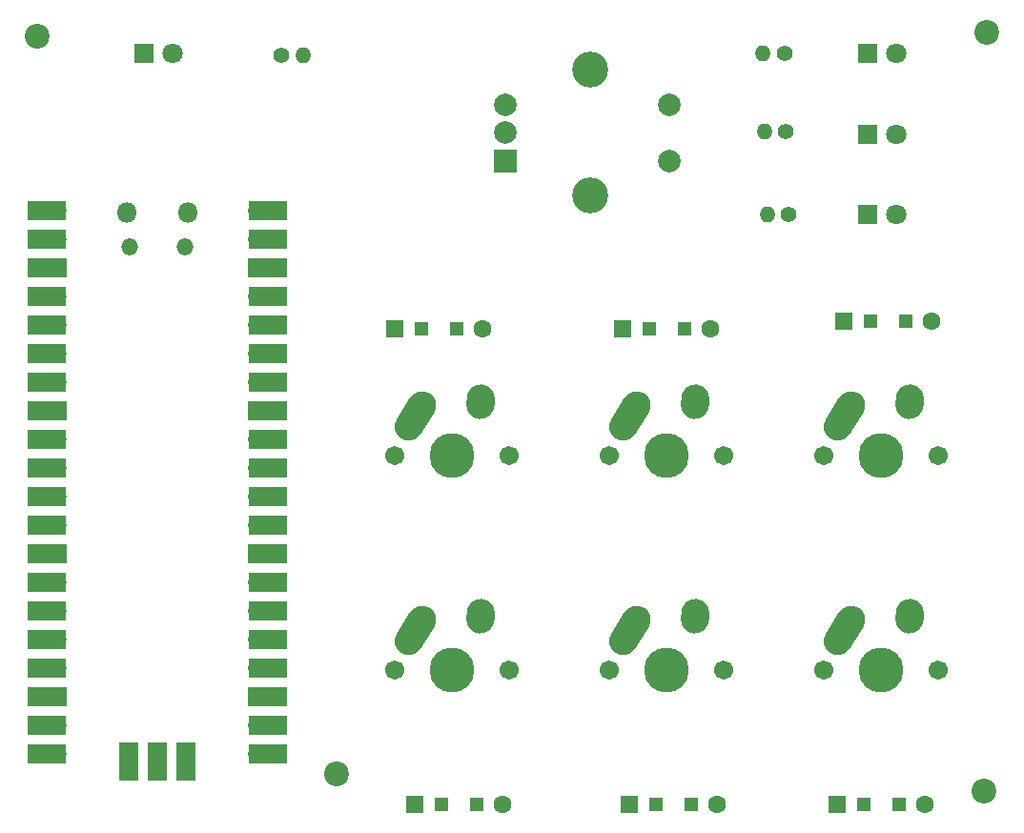
<source format=gts>
%TF.GenerationSoftware,KiCad,Pcbnew,(5.1.9)-1*%
%TF.CreationDate,2021-02-07T17:12:47-05:00*%
%TF.ProjectId,MacroBoard,4d616372-6f42-46f6-9172-642e6b696361,rev?*%
%TF.SameCoordinates,Original*%
%TF.FileFunction,Soldermask,Top*%
%TF.FilePolarity,Negative*%
%FSLAX46Y46*%
G04 Gerber Fmt 4.6, Leading zero omitted, Abs format (unit mm)*
G04 Created by KiCad (PCBNEW (5.1.9)-1) date 2021-02-07 17:12:47*
%MOMM*%
%LPD*%
G01*
G04 APERTURE LIST*
%ADD10C,2.200000*%
%ADD11O,1.700000X1.700000*%
%ADD12R,1.700000X1.700000*%
%ADD13R,3.500000X1.700000*%
%ADD14O,1.800000X1.800000*%
%ADD15O,1.500000X1.500000*%
%ADD16R,1.700000X3.500000*%
%ADD17C,1.800000*%
%ADD18R,1.800000X1.800000*%
%ADD19R,1.200000X1.200000*%
%ADD20R,1.600000X1.600000*%
%ADD21C,1.600000*%
%ADD22C,1.701800*%
%ADD23C,3.987800*%
%ADD24O,1.400000X1.400000*%
%ADD25C,1.400000*%
%ADD26C,2.000000*%
%ADD27C,3.200000*%
%ADD28R,2.000000X2.000000*%
G04 APERTURE END LIST*
D10*
%TO.C, *%
X194900000Y-103630000D03*
%TD*%
%TO.C,  *%
X137410000Y-102080000D03*
%TD*%
%TO.C, *%
X110750000Y-36520000D03*
%TD*%
%TO.C, *%
X195140000Y-36190000D03*
%TD*%
D11*
%TO.C,U1*%
X112553750Y-52070000D03*
X112553750Y-54610000D03*
D12*
X112553750Y-57150000D03*
D11*
X112553750Y-59690000D03*
X112553750Y-62230000D03*
X112553750Y-64770000D03*
X112553750Y-67310000D03*
D12*
X112553750Y-69850000D03*
D11*
X112553750Y-72390000D03*
X112553750Y-74930000D03*
X112553750Y-77470000D03*
X112553750Y-80010000D03*
D12*
X112553750Y-82550000D03*
D11*
X112553750Y-85090000D03*
X112553750Y-87630000D03*
X112553750Y-90170000D03*
X112553750Y-92710000D03*
D12*
X112553750Y-95250000D03*
D11*
X112553750Y-97790000D03*
X112553750Y-100330000D03*
X130333750Y-100330000D03*
X130333750Y-97790000D03*
D12*
X130333750Y-95250000D03*
D11*
X130333750Y-92710000D03*
X130333750Y-90170000D03*
X130333750Y-87630000D03*
X130333750Y-85090000D03*
D12*
X130333750Y-82550000D03*
D11*
X130333750Y-80010000D03*
X130333750Y-77470000D03*
X130333750Y-74930000D03*
X130333750Y-72390000D03*
D12*
X130333750Y-69850000D03*
D11*
X130333750Y-67310000D03*
X130333750Y-64770000D03*
X130333750Y-62230000D03*
X130333750Y-59690000D03*
D12*
X130333750Y-57150000D03*
D11*
X130333750Y-54610000D03*
X130333750Y-52070000D03*
D13*
X111653750Y-52070000D03*
X111653750Y-54610000D03*
X111653750Y-57150000D03*
X111653750Y-59690000D03*
X111653750Y-62230000D03*
X111653750Y-64770000D03*
X111653750Y-67310000D03*
X111653750Y-69850000D03*
X111653750Y-72390000D03*
X111653750Y-74930000D03*
X111653750Y-77470000D03*
X111653750Y-80010000D03*
X111653750Y-82550000D03*
X111653750Y-85090000D03*
X111653750Y-87630000D03*
X111653750Y-90170000D03*
X111653750Y-92710000D03*
X111653750Y-95250000D03*
X111653750Y-97790000D03*
X111653750Y-100330000D03*
X131233750Y-52070000D03*
X131233750Y-54610000D03*
X131233750Y-57150000D03*
X131233750Y-59690000D03*
X131233750Y-62230000D03*
X131233750Y-64770000D03*
X131233750Y-67310000D03*
X131233750Y-69850000D03*
X131233750Y-72390000D03*
X131233750Y-74930000D03*
X131233750Y-77470000D03*
X131233750Y-80010000D03*
X131233750Y-82550000D03*
X131233750Y-85090000D03*
X131233750Y-87630000D03*
X131233750Y-90170000D03*
X131233750Y-92710000D03*
X131233750Y-95250000D03*
X131233750Y-97790000D03*
X131233750Y-100330000D03*
D14*
X118718750Y-52200000D03*
X124168750Y-52200000D03*
D15*
X119018750Y-55230000D03*
X123868750Y-55230000D03*
D16*
X118903750Y-101000000D03*
D11*
X118903750Y-100100000D03*
D16*
X121443750Y-101000000D03*
D12*
X121443750Y-100100000D03*
D16*
X123983750Y-101000000D03*
D11*
X123983750Y-100100000D03*
%TD*%
D17*
%TO.C,D1*%
X187087030Y-52387500D03*
D18*
X184547030Y-52387500D03*
%TD*%
%TO.C,D2*%
X184547030Y-45243788D03*
D17*
X187087030Y-45243788D03*
%TD*%
%TO.C,D3*%
X187087030Y-38100000D03*
D18*
X184547030Y-38100000D03*
%TD*%
%TO.C,D4*%
X120253226Y-38100032D03*
D17*
X122793226Y-38100032D03*
%TD*%
D19*
%TO.C,D5*%
X187907969Y-61912552D03*
X184757969Y-61912552D03*
D20*
X182432969Y-61912552D03*
D21*
X190232969Y-61912552D03*
%TD*%
D19*
%TO.C,D6*%
X168262640Y-62507865D03*
X165112640Y-62507865D03*
D20*
X162787640Y-62507865D03*
D21*
X170587640Y-62507865D03*
%TD*%
%TO.C,D7*%
X189637656Y-104775088D03*
D20*
X181837656Y-104775088D03*
D19*
X184162656Y-104775088D03*
X187312656Y-104775088D03*
%TD*%
D21*
%TO.C,D8*%
X152132937Y-104775088D03*
D20*
X144332937Y-104775088D03*
D19*
X146657937Y-104775088D03*
X149807937Y-104775088D03*
%TD*%
D21*
%TO.C,D9*%
X171182953Y-104775088D03*
D20*
X163382953Y-104775088D03*
D19*
X165707953Y-104775088D03*
X168857953Y-104775088D03*
%TD*%
%TO.C,D10*%
X148021998Y-62507865D03*
X144871998Y-62507865D03*
D20*
X142546998Y-62507865D03*
D21*
X150346998Y-62507865D03*
%TD*%
%TO.C,K1*%
G36*
G01*
X167940671Y-69233059D02*
X167980119Y-68654403D01*
G75*
G02*
X169312243Y-67492317I1247105J-85019D01*
G01*
X169312243Y-67492317D01*
G75*
G02*
X170474329Y-68824441I-85019J-1247105D01*
G01*
X170434881Y-69403097D01*
G75*
G02*
X169102757Y-70565183I-1247105J85019D01*
G01*
X169102757Y-70565183D01*
G75*
G02*
X167940671Y-69233059I85019J1247105D01*
G01*
G37*
G36*
G01*
X161773799Y-70575940D02*
X162982723Y-68678310D01*
G75*
G02*
X164708587Y-68295696I1054239J-671625D01*
G01*
X164708587Y-68295696D01*
G75*
G02*
X165091201Y-70021560I-671625J-1054239D01*
G01*
X163882277Y-71919190D01*
G75*
G02*
X162156413Y-72301804I-1054239J671625D01*
G01*
X162156413Y-72301804D01*
G75*
G02*
X161773799Y-70575940I671625J1054239D01*
G01*
G37*
D22*
X171767500Y-73818750D03*
X161607500Y-73818750D03*
D23*
X166687500Y-73818750D03*
%TD*%
%TO.C,K2*%
G36*
G01*
X186990671Y-88283059D02*
X187030119Y-87704403D01*
G75*
G02*
X188362243Y-86542317I1247105J-85019D01*
G01*
X188362243Y-86542317D01*
G75*
G02*
X189524329Y-87874441I-85019J-1247105D01*
G01*
X189484881Y-88453097D01*
G75*
G02*
X188152757Y-89615183I-1247105J85019D01*
G01*
X188152757Y-89615183D01*
G75*
G02*
X186990671Y-88283059I85019J1247105D01*
G01*
G37*
G36*
G01*
X180823799Y-89625940D02*
X182032723Y-87728310D01*
G75*
G02*
X183758587Y-87345696I1054239J-671625D01*
G01*
X183758587Y-87345696D01*
G75*
G02*
X184141201Y-89071560I-671625J-1054239D01*
G01*
X182932277Y-90969190D01*
G75*
G02*
X181206413Y-91351804I-1054239J671625D01*
G01*
X181206413Y-91351804D01*
G75*
G02*
X180823799Y-89625940I671625J1054239D01*
G01*
G37*
D22*
X190817500Y-92868750D03*
X180657500Y-92868750D03*
D23*
X185737500Y-92868750D03*
%TD*%
%TO.C,K3*%
X147637500Y-92868750D03*
D22*
X142557500Y-92868750D03*
X152717500Y-92868750D03*
G36*
G01*
X142723799Y-89625940D02*
X143932723Y-87728310D01*
G75*
G02*
X145658587Y-87345696I1054239J-671625D01*
G01*
X145658587Y-87345696D01*
G75*
G02*
X146041201Y-89071560I-671625J-1054239D01*
G01*
X144832277Y-90969190D01*
G75*
G02*
X143106413Y-91351804I-1054239J671625D01*
G01*
X143106413Y-91351804D01*
G75*
G02*
X142723799Y-89625940I671625J1054239D01*
G01*
G37*
G36*
G01*
X148890671Y-88283059D02*
X148930119Y-87704403D01*
G75*
G02*
X150262243Y-86542317I1247105J-85019D01*
G01*
X150262243Y-86542317D01*
G75*
G02*
X151424329Y-87874441I-85019J-1247105D01*
G01*
X151384881Y-88453097D01*
G75*
G02*
X150052757Y-89615183I-1247105J85019D01*
G01*
X150052757Y-89615183D01*
G75*
G02*
X148890671Y-88283059I85019J1247105D01*
G01*
G37*
%TD*%
D23*
%TO.C,K4*%
X166687500Y-92868750D03*
D22*
X161607500Y-92868750D03*
X171767500Y-92868750D03*
G36*
G01*
X161773799Y-89625940D02*
X162982723Y-87728310D01*
G75*
G02*
X164708587Y-87345696I1054239J-671625D01*
G01*
X164708587Y-87345696D01*
G75*
G02*
X165091201Y-89071560I-671625J-1054239D01*
G01*
X163882277Y-90969190D01*
G75*
G02*
X162156413Y-91351804I-1054239J671625D01*
G01*
X162156413Y-91351804D01*
G75*
G02*
X161773799Y-89625940I671625J1054239D01*
G01*
G37*
G36*
G01*
X167940671Y-88283059D02*
X167980119Y-87704403D01*
G75*
G02*
X169312243Y-86542317I1247105J-85019D01*
G01*
X169312243Y-86542317D01*
G75*
G02*
X170474329Y-87874441I-85019J-1247105D01*
G01*
X170434881Y-88453097D01*
G75*
G02*
X169102757Y-89615183I-1247105J85019D01*
G01*
X169102757Y-89615183D01*
G75*
G02*
X167940671Y-88283059I85019J1247105D01*
G01*
G37*
%TD*%
%TO.C,K5*%
G36*
G01*
X148890671Y-69233059D02*
X148930119Y-68654403D01*
G75*
G02*
X150262243Y-67492317I1247105J-85019D01*
G01*
X150262243Y-67492317D01*
G75*
G02*
X151424329Y-68824441I-85019J-1247105D01*
G01*
X151384881Y-69403097D01*
G75*
G02*
X150052757Y-70565183I-1247105J85019D01*
G01*
X150052757Y-70565183D01*
G75*
G02*
X148890671Y-69233059I85019J1247105D01*
G01*
G37*
G36*
G01*
X142723799Y-70575940D02*
X143932723Y-68678310D01*
G75*
G02*
X145658587Y-68295696I1054239J-671625D01*
G01*
X145658587Y-68295696D01*
G75*
G02*
X146041201Y-70021560I-671625J-1054239D01*
G01*
X144832277Y-71919190D01*
G75*
G02*
X143106413Y-72301804I-1054239J671625D01*
G01*
X143106413Y-72301804D01*
G75*
G02*
X142723799Y-70575940I671625J1054239D01*
G01*
G37*
X152717500Y-73818750D03*
X142557500Y-73818750D03*
D23*
X147637500Y-73818750D03*
%TD*%
%TO.C,K?1*%
X185737500Y-73818750D03*
D22*
X180657500Y-73818750D03*
X190817500Y-73818750D03*
G36*
G01*
X180823799Y-70575940D02*
X182032723Y-68678310D01*
G75*
G02*
X183758587Y-68295696I1054239J-671625D01*
G01*
X183758587Y-68295696D01*
G75*
G02*
X184141201Y-70021560I-671625J-1054239D01*
G01*
X182932277Y-71919190D01*
G75*
G02*
X181206413Y-72301804I-1054239J671625D01*
G01*
X181206413Y-72301804D01*
G75*
G02*
X180823799Y-70575940I671625J1054239D01*
G01*
G37*
G36*
G01*
X186990671Y-69233059D02*
X187030119Y-68654403D01*
G75*
G02*
X188362243Y-67492317I1247105J-85019D01*
G01*
X188362243Y-67492317D01*
G75*
G02*
X189524329Y-68824441I-85019J-1247105D01*
G01*
X189484881Y-69403097D01*
G75*
G02*
X188152757Y-70565183I-1247105J85019D01*
G01*
X188152757Y-70565183D01*
G75*
G02*
X186990671Y-69233059I85019J1247105D01*
G01*
G37*
%TD*%
D24*
%TO.C,R1*%
X175600000Y-52387544D03*
D25*
X177500000Y-52387544D03*
%TD*%
%TO.C,R2*%
X177250000Y-45000000D03*
D24*
X175350000Y-45000000D03*
%TD*%
%TO.C,R3*%
X175250000Y-38100032D03*
D25*
X177150000Y-38100032D03*
%TD*%
%TO.C,R4*%
X132500000Y-38250000D03*
D24*
X134400000Y-38250000D03*
%TD*%
D26*
%TO.C,SW1*%
X166900128Y-42625040D03*
X166900128Y-47625040D03*
D27*
X159900128Y-39525040D03*
X159900128Y-50725040D03*
D26*
X152400128Y-42625040D03*
X152400128Y-45125040D03*
D28*
X152400128Y-47625040D03*
%TD*%
M02*

</source>
